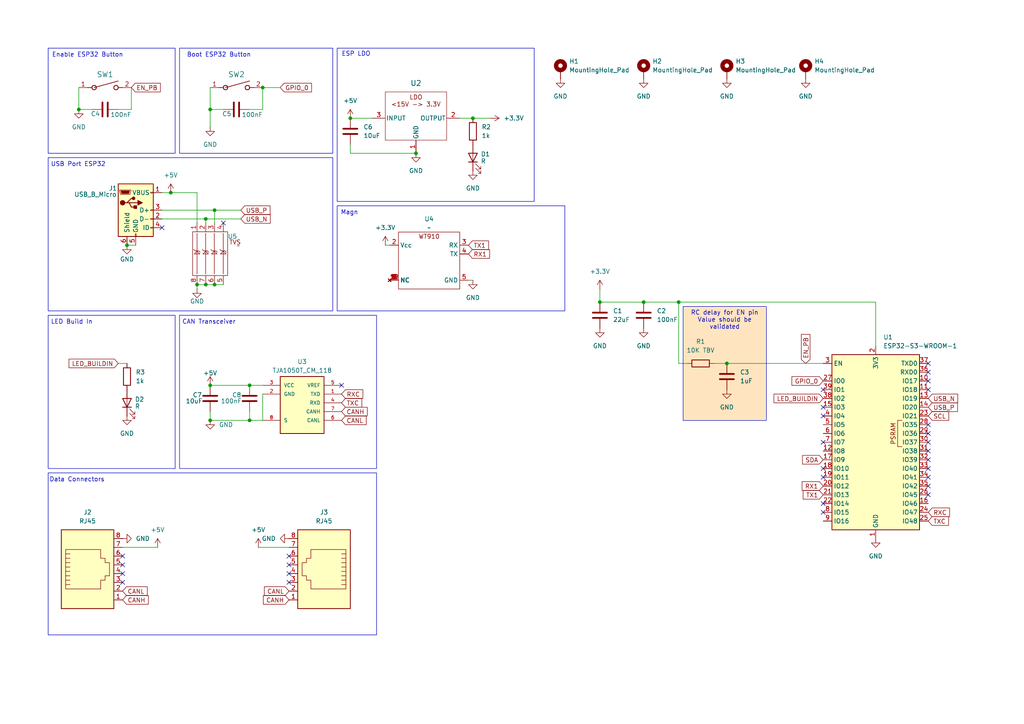
<source format=kicad_sch>
(kicad_sch (version 20231120) (generator "eeschema") (generator_version "8.0")
  (paper "A4")
  (lib_symbols
    (symbol "AZ1117ID-3.3TRG1:AZ1117ID-3.3TRG1" (pin_names (offset 0.254))
      (property "Reference" "U" (at 0 1.27 0))
      (symbol "AZ1117ID-3.3TRG1_0_1"
        (polyline (pts (xy -8.89 -13.97) (xy 8.89 -13.97)) (stroke (width 0.127)))
        (polyline (pts (xy -8.89 0) (xy -8.89 -13.97)) (stroke (width 0.127)))
        (polyline (pts (xy 8.89 -13.97) (xy 8.89 0)) (stroke (width 0.127)))
        (polyline (pts (xy 8.89 0) (xy -8.89 0)) (stroke (width 0.127)))
      )
      (symbol "AZ1117ID-3.3TRG1_1_1"
        (text "LDO\n<15V -> 3.3V\n" (at 0 -2.54 0) (effects (font (size 1.27 1.27))))
        (pin power_out line (at 0 -17.78 90) (length 3.81) (name "GND") (number "1"))
        (pin output line (at 12.7 -7.62 180) (length 3.81) (name "OUTPUT") (number "2"))
        (pin input line (at -12.7 -7.62 0) (length 3.81) (name "INPUT") (number "3"))
      )
    )
    (symbol "Connector:RJ45" (pin_names (offset 1.016))
      (property "Reference" "J" (at -5.08 13.97 0))
      (property "Value" "RJ45" (at 2.54 13.97 0))
      (symbol "RJ45_0_1"
        (polyline (pts (xy -5.08 4.445) (xy -6.35 4.445)))
        (polyline (pts (xy -5.08 5.715) (xy -6.35 5.715)))
        (polyline (pts (xy -6.35 -3.175) (xy -5.08 -3.175) (xy -5.08 -3.175)))
        (polyline (pts (xy -6.35 -1.905) (xy -5.08 -1.905) (xy -5.08 -1.905)))
        (polyline (pts (xy -6.35 -0.635) (xy -5.08 -0.635) (xy -5.08 -0.635)))
        (polyline (pts (xy -6.35 0.635) (xy -5.08 0.635) (xy -5.08 0.635)))
        (polyline (pts (xy -6.35 1.905) (xy -5.08 1.905) (xy -5.08 1.905)))
        (polyline (pts (xy -5.08 3.175) (xy -6.35 3.175) (xy -6.35 3.175)))
        (polyline (pts (xy -6.35 -4.445) (xy -6.35 6.985) (xy 3.81 6.985) (xy 3.81 4.445) (xy 5.08 4.445) (xy 5.08 3.175) (xy 6.35 3.175) (xy 6.35 -0.635) (xy 5.08 -0.635) (xy 5.08 -1.905) (xy 3.81 -1.905) (xy 3.81 -4.445) (xy -6.35 -4.445) (xy -6.35 -4.445)))
        (rectangle (start 7.62 12.7) (end -7.62 -10.16) (stroke (width 0.254)) (fill (type background)))
      )
      (symbol "RJ45_1_1"
        (pin passive line (at 10.16 -7.62 180) (length 2.54) (name "~") (number "1"))
        (pin passive line (at 10.16 -5.08 180) (length 2.54) (name "~") (number "2"))
        (pin passive line (at 10.16 -2.54 180) (length 2.54) (name "~") (number "3"))
        (pin passive line (at 10.16 0 180) (length 2.54) (name "~") (number "4"))
        (pin passive line (at 10.16 2.54 180) (length 2.54) (name "~") (number "5"))
        (pin passive line (at 10.16 5.08 180) (length 2.54) (name "~") (number "6"))
        (pin passive line (at 10.16 7.62 180) (length 2.54) (name "~") (number "7"))
        (pin passive line (at 10.16 10.16 180) (length 2.54) (name "~") (number "8"))
      )
    )
    (symbol "Connector:USB_B_Micro" (pin_names (offset 1.016))
      (property "Reference" "J" (at -5.08 11.43 0))
      (property "Value" "USB_B_Micro" (at -5.08 8.89 0))
      (symbol "USB_B_Micro_0_1"
        (rectangle (start -5.08 -7.62) (end 5.08 7.62) (stroke (width 0.254)) (fill (type background)))
        (circle (center -3.81 2.159) (radius 0.635) (stroke (width 0.254)) (fill (type outline)))
        (circle (center -0.635 3.429) (radius 0.381) (stroke (width 0.254)) (fill (type outline)))
        (rectangle (start -0.127 -7.62) (end 0.127 -6.858))
        (polyline (pts (xy -1.905 2.159) (xy 0.635 2.159)) (stroke (width 0.254)))
        (polyline (pts (xy -3.175 2.159) (xy -2.54 2.159) (xy -1.27 3.429) (xy -0.635 3.429)) (stroke (width 0.254)))
        (polyline (pts (xy -2.54 2.159) (xy -1.905 2.159) (xy -1.27 0.889) (xy 0 0.889)) (stroke (width 0.254)))
        (polyline (pts (xy 0.635 2.794) (xy 0.635 1.524) (xy 1.905 2.159) (xy 0.635 2.794)) (stroke (width 0.254)) (fill (type outline)))
        (polyline (pts (xy -4.318 5.588) (xy -1.778 5.588) (xy -2.032 4.826) (xy -4.064 4.826) (xy -4.318 5.588)) (fill (type outline)))
        (polyline (pts (xy -4.699 5.842) (xy -4.699 5.588) (xy -4.445 4.826) (xy -4.445 4.572) (xy -1.651 4.572) (xy -1.651 4.826) (xy -1.397 5.588) (xy -1.397 5.842) (xy -4.699 5.842)))
        (rectangle (start 0.254 1.27) (end -0.508 0.508) (stroke (width 0.254)) (fill (type outline)))
        (rectangle (start 5.08 -5.207) (end 4.318 -4.953))
        (rectangle (start 5.08 -2.667) (end 4.318 -2.413))
        (rectangle (start 5.08 -0.127) (end 4.318 0.127))
        (rectangle (start 5.08 4.953) (end 4.318 5.207))
      )
      (symbol "USB_B_Micro_1_1"
        (pin power_out line (at 7.62 5.08 180) (length 2.54) (name "VBUS") (number "1"))
        (pin bidirectional line (at 7.62 -2.54 180) (length 2.54) (name "D-") (number "2"))
        (pin bidirectional line (at 7.62 0 180) (length 2.54) (name "D+") (number "3"))
        (pin passive line (at 7.62 -5.08 180) (length 2.54) (name "ID") (number "4"))
        (pin power_out line (at 0 -10.16 90) (length 2.54) (name "GND") (number "5"))
        (pin passive line (at -2.54 -10.16 90) (length 2.54) (name "Shield") (number "6"))
      )
    )
    (symbol "Custom:TVS_-_150-SMDB03CE3/TR7TR-ND"
      (property "Reference" "U5" (at 10.16 -1.27 0))
      (property "Value" "~" (at 12.7 -3.92 0))
      (symbol "TVS_-_150-SMDB03CE3/TR7TR-ND_0_1"
        (rectangle (start -0.01 0.09) (end 10.15 -12.61))
      )
      (symbol "TVS_-_150-SMDB03CE3/TR7TR-ND_1_1"
        (polyline (pts (xy 1.27 -0.34) (xy 1.27 -12.14)))
        (polyline (pts (xy 3.77 -0.34) (xy 3.77 -12.14)))
        (polyline (pts (xy 6.27 -0.34) (xy 6.27 -12.14)))
        (polyline (pts (xy 8.87 -0.34) (xy 8.87 -12.14)))
        (polyline (pts (xy 0.27 -5.04) (xy 0.67 -5.44) (xy 1.77 -5.44) (xy 2.17 -5.84)))
        (polyline (pts (xy 0.47 -6.34) (xy 2.07 -6.34) (xy 1.27 -5.54) (xy 0.47 -6.34)))
        (polyline (pts (xy 2.77 -5.04) (xy 3.17 -5.44) (xy 4.27 -5.44) (xy 4.67 -5.84)))
        (polyline (pts (xy 2.97 -6.34) (xy 4.57 -6.34) (xy 3.77 -5.54) (xy 2.97 -6.34)))
        (polyline (pts (xy 5.27 -5.04) (xy 5.67 -5.44) (xy 6.77 -5.44) (xy 7.17 -5.84)))
        (polyline (pts (xy 5.47 -6.34) (xy 7.07 -6.34) (xy 6.27 -5.54) (xy 5.47 -6.34)))
        (polyline (pts (xy 7.87 -5.04) (xy 8.27 -5.44) (xy 9.37 -5.44) (xy 9.77 -5.84)))
        (polyline (pts (xy 8.07 -6.34) (xy 9.67 -6.34) (xy 8.87 -5.54) (xy 8.07 -6.34)))
        (text "TVS\n" (at 12.3012 -2.9418 0) (effects (font (size 1.27 1.27))))
        (pin unspecified line (at 1.27 2.66 270) (length 2.54) (name "") (number "1"))
        (pin unspecified line (at 3.81 2.66 270) (length 2.54) (name "") (number "2"))
        (pin unspecified line (at 6.35 2.66 270) (length 2.54) (name "") (number "3"))
        (pin unspecified line (at 8.89 2.66 270) (length 2.54) (name "") (number "4"))
        (pin unspecified line (at 8.89 -15.24 90) (length 2.54) (name "") (number "5"))
        (pin unspecified line (at 6.35 -15.24 90) (length 2.54) (name "") (number "6"))
        (pin unspecified line (at 3.81 -15.24 90) (length 2.54) (name "") (number "7"))
        (pin unspecified line (at 1.27 -15.24 90) (length 2.54) (name "") (number "8"))
      )
    )
    (symbol "Custom:WT910"
      (property "Reference" "U" (at 0 2.54 0))
      (symbol "WT910_0_1"
        (rectangle (start -8.89 1.27) (end 8.89 -15.24))
      )
      (symbol "WT910_1_1"
        (text "WT910" (at 0 0 0) (effects (font (size 1.27 1.27))))
        (pin no_connect line (at -11.43 -12.7 0) (length 2.54) (name "NC") (number "1"))
        (pin no_connect line (at -11.43 -12.7 0) (length 2.54) (name "NC") (number "10"))
        (pin no_connect line (at -11.43 -12.7 0) (length 2.54) (name "NC") (number "11"))
        (pin no_connect line (at -11.43 -12.7 0) (length 2.54) (name "NC") (number "12"))
        (pin input line (at -11.43 -2.54 0) (length 2.54) (name "Vcc") (number "2"))
        (pin input line (at 11.43 -2.54 180) (length 2.54) (name "RX") (number "3"))
        (pin input line (at 11.43 -5.08 180) (length 2.54) (name "TX") (number "4"))
        (pin input line (at 11.43 -12.7 180) (length 2.54) (name "GND") (number "5"))
        (pin no_connect line (at -11.43 -12.7 0) (length 2.54) (name "NC") (number "6"))
        (pin no_connect line (at -11.43 -12.7 0) (length 2.54) (name "NC") (number "7"))
        (pin no_connect line (at -11.43 -12.7 0) (length 2.54) (name "NC") (number "8"))
        (pin no_connect line (at -11.43 -12.7 0) (length 2.54) (name "NC") (number "9"))
      )
    )
    (symbol "Device:C" (pin_numbers hide) (pin_names (offset 0.254))
      (property "Reference" "C" (at 0.635 2.54 0))
      (property "Value" "C" (at 0.635 -2.54 0))
      (symbol "C_0_1"
        (polyline (pts (xy -2.032 -0.762) (xy 2.032 -0.762)) (stroke (width 0.508)))
        (polyline (pts (xy -2.032 0.762) (xy 2.032 0.762)) (stroke (width 0.508)))
      )
      (symbol "C_1_1"
        (pin passive line (at 0 3.81 270) (length 2.794) (name "~") (number "1"))
        (pin passive line (at 0 -3.81 90) (length 2.794) (name "~") (number "2"))
      )
    )
    (symbol "Device:LED" (pin_numbers hide) (pin_names (offset 1.016) hide)
      (property "Reference" "D" (at 0 2.54 0))
      (property "Value" "LED" (at 0 -2.54 0))
      (symbol "LED_0_1"
        (polyline (pts (xy -1.27 -1.27) (xy -1.27 1.27)) (stroke (width 0.254)))
        (polyline (pts (xy -1.27 0) (xy 1.27 0)))
        (polyline (pts (xy 1.27 -1.27) (xy 1.27 1.27) (xy -1.27 0) (xy 1.27 -1.27)) (stroke (width 0.254)))
        (polyline (pts (xy -3.048 -0.762) (xy -4.572 -2.286) (xy -3.81 -2.286) (xy -4.572 -2.286) (xy -4.572 -1.524)))
        (polyline (pts (xy -1.778 -0.762) (xy -3.302 -2.286) (xy -2.54 -2.286) (xy -3.302 -2.286) (xy -3.302 -1.524)))
      )
      (symbol "LED_1_1"
        (pin passive line (at -3.81 0 0) (length 2.54) (name "K") (number "1"))
        (pin passive line (at 3.81 0 180) (length 2.54) (name "A") (number "2"))
      )
    )
    (symbol "Device:R" (pin_numbers hide) (pin_names (offset 0))
      (property "Reference" "R" (at 2.032 0 90))
      (property "Value" "R" (at 0 0 90))
      (symbol "R_0_1"
        (rectangle (start -1.016 -2.54) (end 1.016 2.54) (stroke (width 0.254)))
      )
      (symbol "R_1_1"
        (pin passive line (at 0 3.81 270) (length 1.27) (name "~") (number "1"))
        (pin passive line (at 0 -3.81 90) (length 1.27) (name "~") (number "2"))
      )
    )
    (symbol "Mechanical:MountingHole_Pad" (pin_numbers hide) (pin_names (offset 1.016) hide) (exclude_from_sim yes) (in_bom no)
      (property "Reference" "H" (at 0 6.35 0))
      (property "Value" "MountingHole_Pad" (at 0 4.445 0))
      (symbol "MountingHole_Pad_0_1"
        (circle (center 0 1.27) (radius 1.27) (stroke (width 1.27)))
      )
      (symbol "MountingHole_Pad_1_1"
        (pin input line (at 0 -2.54 90) (length 2.54) (name "1") (number "1"))
      )
    )
    (symbol "RF_Module:ESP32-S3-WROOM-1"
      (property "Reference" "U" (at -12.7 26.67 0))
      (property "Value" "ESP32-S3-WROOM-1" (at 12.7 26.67 0))
      (symbol "ESP32-S3-WROOM-1_0_0"
        (rectangle (start -12.7 25.4) (end 12.7 -25.4) (stroke (width 0.254)) (fill (type background)))
        (text "PSRAM" (at 5.08 2.54 900) (effects (font (size 1.27 1.27))))
      )
      (symbol "ESP32-S3-WROOM-1_0_1"
        (polyline (pts (xy 7.62 -1.27) (xy 6.35 -1.27) (xy 6.35 6.35) (xy 7.62 6.35)))
      )
      (symbol "ESP32-S3-WROOM-1_1_1"
        (pin power_in line (at 0 -27.94 90) (length 2.54) (name "GND") (number "1"))
        (pin bidirectional line (at 15.24 17.78 180) (length 2.54) (name "IO17") (number "10"))
        (pin bidirectional line (at 15.24 15.24 180) (length 2.54) (name "IO18") (number "11"))
        (pin bidirectional line (at -15.24 -2.54 0) (length 2.54) (name "IO8") (number "12"))
        (pin bidirectional line (at 15.24 12.7 180) (length 2.54) (name "IO19") (number "13"))
        (pin bidirectional line (at 15.24 10.16 180) (length 2.54) (name "IO20") (number "14"))
        (pin bidirectional line (at -15.24 10.16 0) (length 2.54) (name "IO3") (number "15"))
        (pin bidirectional line (at 15.24 -17.78 180) (length 2.54) (name "IO46") (number "16"))
        (pin bidirectional line (at -15.24 -5.08 0) (length 2.54) (name "IO9") (number "17"))
        (pin bidirectional line (at -15.24 -7.62 0) (length 2.54) (name "IO10") (number "18"))
        (pin bidirectional line (at -15.24 -10.16 0) (length 2.54) (name "IO11") (number "19"))
        (pin power_in line (at 0 27.94 270) (length 2.54) (name "3V3") (number "2"))
        (pin bidirectional line (at -15.24 -12.7 0) (length 2.54) (name "IO12") (number "20"))
        (pin bidirectional line (at -15.24 -15.24 0) (length 2.54) (name "IO13") (number "21"))
        (pin bidirectional line (at -15.24 -17.78 0) (length 2.54) (name "IO14") (number "22"))
        (pin bidirectional line (at 15.24 7.62 180) (length 2.54) (name "IO21") (number "23"))
        (pin bidirectional line (at 15.24 -20.32 180) (length 2.54) (name "IO47") (number "24"))
        (pin bidirectional line (at 15.24 -22.86 180) (length 2.54) (name "IO48") (number "25"))
        (pin bidirectional line (at 15.24 -15.24 180) (length 2.54) (name "IO45") (number "26"))
        (pin bidirectional line (at -15.24 17.78 0) (length 2.54) (name "IO0") (number "27"))
        (pin bidirectional line (at 15.24 5.08 180) (length 2.54) (name "IO35") (number "28"))
        (pin bidirectional line (at 15.24 2.54 180) (length 2.54) (name "IO36") (number "29"))
        (pin input line (at -15.24 22.86 0) (length 2.54) (name "EN") (number "3"))
        (pin bidirectional line (at 15.24 0 180) (length 2.54) (name "IO37") (number "30"))
        (pin bidirectional line (at 15.24 -2.54 180) (length 2.54) (name "IO38") (number "31"))
        (pin bidirectional line (at 15.24 -5.08 180) (length 2.54) (name "IO39") (number "32"))
        (pin bidirectional line (at 15.24 -7.62 180) (length 2.54) (name "IO40") (number "33"))
        (pin bidirectional line (at 15.24 -10.16 180) (length 2.54) (name "IO41") (number "34"))
        (pin bidirectional line (at 15.24 -12.7 180) (length 2.54) (name "IO42") (number "35"))
        (pin bidirectional line (at 15.24 20.32 180) (length 2.54) (name "RXD0") (number "36"))
        (pin bidirectional line (at 15.24 22.86 180) (length 2.54) (name "TXD0") (number "37"))
        (pin bidirectional line (at -15.24 12.7 0) (length 2.54) (name "IO2") (number "38"))
        (pin bidirectional line (at -15.24 15.24 0) (length 2.54) (name "IO1") (number "39"))
        (pin bidirectional line (at -15.24 7.62 0) (length 2.54) (name "IO4") (number "4"))
        (pin passive line (at 0 -27.94 90) (length 2.54) hide (name "GND") (number "40"))
        (pin passive line (at 0 -27.94 90) (length 2.54) hide (name "GND") (number "41"))
        (pin bidirectional line (at -15.24 5.08 0) (length 2.54) (name "IO5") (number "5"))
        (pin bidirectional line (at -15.24 2.54 0) (length 2.54) (name "IO6") (number "6"))
        (pin bidirectional line (at -15.24 0 0) (length 2.54) (name "IO7") (number "7"))
        (pin bidirectional line (at -15.24 -20.32 0) (length 2.54) (name "IO15") (number "8"))
        (pin bidirectional line (at -15.24 -22.86 0) (length 2.54) (name "IO16") (number "9"))
      )
    )
    (symbol "TJA1050T_CM_118:TJA1050T_CM_118" (pin_names (offset 1.016))
      (property "Reference" "U6" (at 0 15.24 0))
      (property "Value" "TJA1050T_CM_118" (at 0 12.7 0))
      (symbol "TJA1050T_CM_118_0_0"
        (rectangle (start -6.35 7.62) (end 6.35 -8.89) (stroke (width 0.254)) (fill (type background)))
        (pin input line (at 11.43 2.54 180) (length 5.08) (name "TXD") (number "1"))
        (pin power_in line (at -11.43 2.54 0) (length 5.08) (name "GND") (number "2"))
        (pin power_in line (at -11.43 5.08 0) (length 5.08) (name "VCC") (number "3"))
        (pin output line (at 11.43 0 180) (length 5.08) (name "RXD") (number "4"))
        (pin output line (at 11.43 5.08 180) (length 5.08) (name "VREF") (number "5"))
        (pin bidirectional line (at 11.43 -5.08 180) (length 5.08) (name "CANL") (number "6"))
        (pin bidirectional line (at 11.43 -2.54 180) (length 5.08) (name "CANH") (number "7"))
        (pin input line (at -11.43 -5.08 0) (length 5.08) (name "S") (number "8"))
      )
    )
    (symbol "TS09_63_25_WT_160_SMT_TR:TS09-63-25-WT-160-SMT-TR" (pin_names (offset 0.254))
      (property "Reference" "SW" (at 7.62 3.81 0))
      (symbol "TS09-63-25-WT-160-SMT-TR_0_1"
        (polyline (pts (xy 2.54 0) (xy 3.81 0)) (stroke (width 0.2032)))
        (polyline (pts (xy 4.445 0) (xy 11.43 1.905)) (stroke (width 0.2032)))
        (polyline (pts (xy 12.7 0) (xy 11.43 0)) (stroke (width 0.2032)))
        (circle (center 4.445 0) (radius 0.635) (stroke (width 0.254)))
        (circle (center 10.795 0) (radius 0.635) (stroke (width 0.254)))
      )
      (symbol "TS09-63-25-WT-160-SMT-TR_1_1"
        (pin unspecified line (at 0 0 0) (length 2.54) (name "") (number "1"))
        (pin unspecified line (at 15.24 0 180) (length 2.54) (name "") (number "2"))
      )
    )
    (symbol "power:+3.3V" (power) (pin_numbers hide) (pin_names (offset 0) hide)
      (property "Value" "+3.3V" (at 0 3.556 0))
      (symbol "+3.3V_0_1"
        (polyline (pts (xy -0.762 1.27) (xy 0 2.54)))
        (polyline (pts (xy 0 0) (xy 0 2.54)))
        (polyline (pts (xy 0 2.54) (xy 0.762 1.27)))
      )
      (symbol "+3.3V_1_1"
        (pin power_in line (at 0 0 90) (length 0) (name "~") (number "1"))
      )
    )
    (symbol "power:+5V" (power) (pin_numbers hide) (pin_names (offset 0) hide)
      (property "Value" "+5V" (at 0 3.556 0))
      (symbol "+5V_0_1"
        (polyline (pts (xy -0.762 1.27) (xy 0 2.54)))
        (polyline (pts (xy 0 0) (xy 0 2.54)))
        (polyline (pts (xy 0 2.54) (xy 0.762 1.27)))
      )
      (symbol "+5V_1_1"
        (pin power_in line (at 0 0 90) (length 0) (name "~") (number "1"))
      )
    )
    (symbol "power:+7.5V" (power) (pin_numbers hide) (pin_names (offset 0) hide)
      (property "Value" "+7.5V" (at 0 3.556 0))
      (symbol "+7.5V_0_1"
        (polyline (pts (xy -0.762 1.27) (xy 0 2.54)))
        (polyline (pts (xy 0 0) (xy 0 2.54)))
        (polyline (pts (xy 0 2.54) (xy 0.762 1.27)))
      )
      (symbol "+7.5V_1_1"
        (pin power_in line (at 0 0 90) (length 0) (name "~") (number "1"))
      )
    )
    (symbol "power:GND" (power) (pin_numbers hide) (pin_names (offset 0) hide)
      (property "Value" "GND" (at 0 -3.81 0))
      (symbol "GND_0_1"
        (polyline (pts (xy 0 0) (xy 0 -1.27) (xy 1.27 -1.27) (xy 0 -2.54) (xy -1.27 -1.27) (xy 0 -1.27)))
      )
      (symbol "GND_1_1"
        (pin power_in line (at 0 0 270) (length 0) (name "~") (number "1"))
      )
    )
  )
  (junction (at 60.96 111.76))
  (junction (at 173.99 87.63))
  (junction (at 76.2 25.4))
  (junction (at 186.69 87.63))
  (junction (at 196.85 87.63))
  (junction (at 72.39 121.92))
  (junction (at 59.69 82.55))
  (junction (at 60.96 31.75))
  (junction (at 59.69 63.5))
  (junction (at 22.86 31.75))
  (junction (at 210.82 105.41))
  (junction (at 137.16 34.29))
  (junction (at 120.65 44.45))
  (junction (at 49.53 55.88))
  (junction (at 62.23 60.96))
  (junction (at 72.39 111.76))
  (junction (at 57.15 82.55))
  (junction (at 60.96 121.92))
  (junction (at 101.6 34.29))
  (junction (at 62.23 82.55))
  (junction (at 36.83 71.12))
  (no_connect (at 35.56 161.29))
  (no_connect (at 269.24 110.49))
  (no_connect (at 269.24 135.89))
  (no_connect (at 269.24 143.51))
  (no_connect (at 238.76 135.89))
  (no_connect (at 269.24 105.41))
  (no_connect (at 238.76 146.05))
  (no_connect (at 269.24 125.73))
  (no_connect (at 83.82 166.37))
  (no_connect (at 238.76 128.27))
  (no_connect (at 35.56 163.83))
  (no_connect (at 238.76 120.65))
  (no_connect (at 238.76 148.59))
  (no_connect (at 35.56 168.91))
  (no_connect (at 83.82 163.83))
  (no_connect (at 269.24 123.19))
  (no_connect (at 269.24 113.03))
  (no_connect (at 83.82 161.29))
  (no_connect (at 269.24 107.95))
  (no_connect (at 269.24 128.27))
  (no_connect (at 83.82 168.91))
  (no_connect (at 269.24 133.35))
  (no_connect (at 269.24 140.97))
  (no_connect (at 35.56 166.37))
  (no_connect (at 269.24 138.43))
  (no_connect (at 99.06 111.76))
  (no_connect (at 269.24 130.81))
  (no_connect (at 238.76 113.03))
  (no_connect (at 64.77 64.65))
  (no_connect (at 238.76 138.43))
  (no_connect (at 46.99 66.04))
  (no_connect (at 238.76 118.11))
  (wire (pts (xy 74.93 158.75) (xy 83.82 158.75)))
  (wire (pts (xy 22.86 31.75) (xy 26.67 31.75)))
  (wire (pts (xy 36.83 105.41) (xy 34.29 105.41)))
  (wire (pts (xy 60.96 111.76) (xy 72.39 111.76)))
  (wire (pts (xy 59.69 82.55) (xy 62.23 82.55)))
  (wire (pts (xy 72.39 111.76) (xy 76.2 111.76)))
  (wire (pts (xy 57.15 55.88) (xy 49.53 55.88)))
  (wire (pts (xy 22.86 25.4) (xy 22.86 31.75)))
  (wire (pts (xy 46.99 63.5) (xy 59.69 63.5)))
  (wire (pts (xy 254 87.63) (xy 254 100.33)))
  (wire (pts (xy 101.6 44.45) (xy 120.65 44.45)))
  (wire (pts (xy 101.6 41.91) (xy 101.6 44.45)))
  (wire (pts (xy 186.69 87.63) (xy 196.85 87.63)))
  (wire (pts (xy 207.01 105.41) (xy 210.82 105.41)))
  (wire (pts (xy 196.85 105.41) (xy 199.39 105.41)))
  (wire (pts (xy 64.77 31.75) (xy 60.96 31.75)))
  (wire (pts (xy 60.96 121.92) (xy 72.39 121.92)))
  (wire (pts (xy 49.53 55.88) (xy 46.99 55.88)))
  (wire (pts (xy 142.24 34.29) (xy 137.16 34.29)))
  (wire (pts (xy 57.15 82.55) (xy 59.69 82.55)))
  (wire (pts (xy 137.16 34.29) (xy 133.35 34.29)))
  (wire (pts (xy 59.69 63.5) (xy 59.69 64.65)))
  (wire (pts (xy 60.96 119.38) (xy 60.96 121.92)))
  (wire (pts (xy 62.23 60.96) (xy 62.23 64.65)))
  (wire (pts (xy 196.85 87.63) (xy 196.85 105.41)))
  (wire (pts (xy 62.23 60.96) (xy 69.85 60.96)))
  (wire (pts (xy 72.39 119.38) (xy 72.39 121.92)))
  (wire (pts (xy 60.96 36.83) (xy 60.96 31.75)))
  (wire (pts (xy 57.15 82.55) (xy 57.15 83.82)))
  (wire (pts (xy 36.83 71.12) (xy 39.37 71.12)))
  (wire (pts (xy 111.76 71.12) (xy 113.03 71.12)))
  (wire (pts (xy 76.2 114.3) (xy 76.2 121.92)))
  (wire (pts (xy 34.29 31.75) (xy 38.1 31.75)))
  (wire (pts (xy 35.56 158.75) (xy 45.72 158.75)))
  (wire (pts (xy 81.28 25.4) (xy 76.2 25.4)))
  (wire (pts (xy 173.99 87.63) (xy 186.69 87.63)))
  (wire (pts (xy 137.16 81.28) (xy 135.89 81.28)))
  (wire (pts (xy 72.39 121.92) (xy 76.2 121.92)))
  (wire (pts (xy 38.1 31.75) (xy 38.1 25.4)))
  (wire (pts (xy 210.82 105.41) (xy 238.76 105.41)))
  (wire (pts (xy 60.96 31.75) (xy 60.96 25.4)))
  (wire (pts (xy 72.39 31.75) (xy 76.2 31.75)))
  (wire (pts (xy 59.69 63.5) (xy 69.85 63.5)))
  (wire (pts (xy 76.2 31.75) (xy 76.2 25.4)))
  (wire (pts (xy 57.15 55.88) (xy 57.15 64.65)))
  (wire (pts (xy 62.23 82.55) (xy 64.77 82.55)))
  (wire (pts (xy 254 87.63) (xy 196.85 87.63)))
  (wire (pts (xy 101.6 34.29) (xy 107.95 34.29)))
  (wire (pts (xy 173.99 83.82) (xy 173.99 87.63)))
  (wire (pts (xy 46.99 60.96) (xy 62.23 60.96)))
  (rectangle (start 52.07 91.44) (end 109.22 135.89))
  (rectangle (start 13.97 137.16) (end 109.22 184.15))
  (rectangle (start 13.97 45.72) (end 96.52 90.17))
  (rectangle (start 97.79 59.69) (end 163.83 90.17))
  (rectangle (start 52.07 13.97) (end 96.52 44.45))
  (rectangle (start 13.97 91.44) (end 50.8 135.89))
  (rectangle (start 97.79 13.97) (end 154.94 58.42))
  (rectangle (start 13.97 13.97) (end 50.8 44.45))
  (text_box "RC delay for EN pin\nValue should be validated" (at 198.12 88.9 0) (size 24.13 33.02) (fill (type color) (color 255 229 191 1)) (effects (font (size 1.27 1.27)) (justify top)))
  (text "CAN Transceiver" (at 52.832 93.472 0) (effects (font (size 1.27 1.27)) (justify left)))
  (text "ESP LDO" (at 99.06 15.748 0) (effects (font (size 1.27 1.27)) (justify left)))
  (text "Enable ESP32 Button" (at 25.4 16.002 0) (effects (font (size 1.27 1.27))))
  (text "Boot ESP32 Button" (at 63.5 16.002 0) (effects (font (size 1.27 1.27))))
  (text "Data Connectors" (at 22.352 139.192 0) (effects (font (size 1.27 1.27))))
  (text "Magn" (at 98.806 61.722 0) (effects (font (size 1.27 1.27)) (justify left)))
  (text "USB Port ESP32" (at 14.732 47.752 0) (effects (font (size 1.27 1.27)) (justify left)))
  (text "LED Build In" (at 14.732 93.472 0) (effects (font (size 1.27 1.27)) (justify left)))
  (global_label "TX1" (shape input) (at 238.76 143.51 180) (property "Intersheetrefs" "${INTERSHEET_REFS}" (effects (hide yes))))
  (global_label "CANH" (shape input) (at 35.56 173.99 0) (property "Intersheetrefs" "${INTERSHEET_REFS}" (effects (hide yes))))
  (global_label "EN_PB" (shape input) (at 38.1 25.4 0) (property "Intersheetrefs" "${INTERSHEET_REFS}" (effects (hide yes))))
  (global_label "SCL" (shape input) (at 269.24 120.65 0) (property "Intersheetrefs" "${INTERSHEET_REFS}" (effects (hide yes))))
  (global_label "TXC" (shape input) (at 269.24 151.13 0) (property "Intersheetrefs" "${INTERSHEET_REFS}" (effects (hide yes))))
  (global_label "USB_P" (shape input) (at 269.24 118.11 0) (property "Intersheetrefs" "${INTERSHEET_REFS}" (effects (hide yes))))
  (global_label "CANL" (shape input) (at 35.56 171.45 0) (property "Intersheetrefs" "${INTERSHEET_REFS}" (effects (hide yes))))
  (global_label "USB_N" (shape input) (at 69.85 63.5 0) (property "Intersheetrefs" "${INTERSHEET_REFS}" (effects (hide yes))))
  (global_label "RX1" (shape input) (at 135.89 73.66 0) (property "Intersheetrefs" "${INTERSHEET_REFS}" (effects (hide yes))))
  (global_label "CANH" (shape input) (at 83.82 173.99 180) (property "Intersheetrefs" "${INTERSHEET_REFS}" (effects (hide yes))))
  (global_label "EN_PB" (shape input) (at 233.68 105.41 90) (property "Intersheetrefs" "${INTERSHEET_REFS}" (effects (hide yes))))
  (global_label "USB_P" (shape input) (at 69.85 60.96 0) (property "Intersheetrefs" "${INTERSHEET_REFS}" (effects (hide yes))))
  (global_label "TX1" (shape input) (at 135.89 71.12 0) (property "Intersheetrefs" "${INTERSHEET_REFS}" (effects (hide yes))))
  (global_label "USB_N" (shape input) (at 269.24 115.57 0) (property "Intersheetrefs" "${INTERSHEET_REFS}" (effects (hide yes))))
  (global_label "LED_BUILDIN" (shape input) (at 238.76 115.57 180) (property "Intersheetrefs" "${INTERSHEET_REFS}" (effects (hide yes))))
  (global_label "CANL" (shape input) (at 83.82 171.45 180) (property "Intersheetrefs" "${INTERSHEET_REFS}" (effects (hide yes))))
  (global_label "RX1" (shape input) (at 238.76 140.97 180) (property "Intersheetrefs" "${INTERSHEET_REFS}" (effects (hide yes))))
  (global_label "RXC" (shape input) (at 269.24 148.59 0) (property "Intersheetrefs" "${INTERSHEET_REFS}" (effects (hide yes))))
  (global_label "SDA" (shape input) (at 238.76 133.35 180) (property "Intersheetrefs" "${INTERSHEET_REFS}" (effects (hide yes))))
  (global_label "RXC" (shape input) (at 99.06 114.3 0) (property "Intersheetrefs" "${INTERSHEET_REFS}" (effects (hide yes))))
  (global_label "LED_BUILDIN" (shape input) (at 34.29 105.41 180) (property "Intersheetrefs" "${INTERSHEET_REFS}" (effects (hide yes))))
  (global_label "GPIO_0" (shape input) (at 238.76 110.49 180) (property "Intersheetrefs" "${INTERSHEET_REFS}" (effects (hide yes))))
  (global_label "CANL" (shape input) (at 99.06 121.92 0) (property "Intersheetrefs" "${INTERSHEET_REFS}" (effects (hide yes))))
  (global_label "CANH" (shape input) (at 99.06 119.38 0) (property "Intersheetrefs" "${INTERSHEET_REFS}" (effects (hide yes))))
  (global_label "GPIO_0" (shape input) (at 81.28 25.4 0) (property "Intersheetrefs" "${INTERSHEET_REFS}" (effects (hide yes))))
  (global_label "TXC" (shape input) (at 99.06 116.84 0) (property "Intersheetrefs" "${INTERSHEET_REFS}" (effects (hide yes))))
  (symbol (lib_id "RF_Module:ESP32-S3-WROOM-1") (at 254 128.27 0) (unit 1)
    (property "Reference" "U1" (at 256.1941 97.79 0) (effects (justify left)))
    (property "Value" "ESP32-S3-WROOM-1" (at 256.1941 100.33 0) (effects (justify left)))
    (property "Footprint" "RF_Module:ESP32-S3-WROOM-1" (effects (hide yes)))
    (property "Datasheet" "https://www.espressif.com/sites/default/files/documentation/esp32-s3-wroom-1_wroom-1u_datasheet_en.pdf" (effects (hide yes)))
    (property "Description" "RF Module, ESP32-S3 SoC, Wi-Fi 802.11b/g/n, Bluetooth, BLE, 32-bit, 3.3V, onboard antenna, SMD" (effects (hide yes)))
  )
  (symbol (lib_id "TS09_63_25_WT_160_SMT_TR:TS09-63-25-WT-160-SMT-TR") (at 60.96 25.4 0) (unit 1)
    (property "Reference" "SW2" (at 68.58 21.59 0) (effects (font (size 1.524 1.524))))
    (property "Value" "TS09-63-25-WT-160-SMT-TR" (effects (hide yes)))
    (property "Footprint" "TS09_63_25_WT_160_SMT_TR:SW_TS09-63-25_CUD" (effects (hide yes)))
    (property "Datasheet" "TS09-63-25-WT-160-SMT-TR" (effects (hide yes)))
  )
  (symbol (lib_id "Device:C") (at 173.99 91.44 0) (unit 1)
    (property "Reference" "C1" (at 177.8 90.1699 0) (effects (justify left)))
    (property "Value" "22uF" (at 177.8 92.7099 0) (effects (justify left)))
    (property "Footprint" "Capacitor_SMD:C_0805_2012Metric_Pad1.18x1.45mm_HandSolder" (effects (hide yes)))
    (property "Description" "Unpolarized capacitor" (effects (hide yes)))
  )
  (symbol (lib_id "Device:C") (at 60.96 115.57 0) (unit 1)
    (property "Reference" "C7" (at 55.88 114.554 0) (effects (justify left)))
    (property "Value" "10uF" (at 53.848 116.332 0) (effects (justify left)))
    (property "Footprint" "Capacitor_SMD:C_0805_2012Metric_Pad1.18x1.45mm_HandSolder" (effects (hide yes)))
    (property "Description" "Unpolarized capacitor" (effects (hide yes)))
  )
  (symbol (lib_id "power:+3.3V") (at 142.24 34.29 270) (unit 1)
    (property "Reference" "#PWR012" (effects (hide yes)))
    (property "Value" "+3.3V" (at 146.05 34.2899 90) (effects (justify left)))
    (property "Description" "Power symbol creates a global label with name \"+3.3V\"" (effects (hide yes)))
  )
  (symbol (lib_id "Device:R") (at 36.83 109.22 180) (unit 1)
    (property "Reference" "R3" (at 39.37 107.9499 0) (effects (justify right)))
    (property "Value" "1k" (at 39.37 110.4899 0) (effects (justify right)))
    (property "Footprint" "Resistor_SMD:R_0805_2012Metric_Pad1.20x1.40mm_HandSolder" (effects (hide yes)))
    (property "Description" "Resistor" (effects (hide yes)))
  )
  (symbol (lib_id "Device:C") (at 68.58 31.75 90) (unit 1)
    (property "Reference" "C5" (at 65.786 33.02 90))
    (property "Value" "100nF" (at 73.152 33.274 90))
    (property "Footprint" "Capacitor_SMD:C_0805_2012Metric_Pad1.18x1.45mm_HandSolder" (effects (hide yes)))
    (property "Description" "Unpolarized capacitor" (effects (hide yes)))
  )
  (symbol (lib_id "TJA1050T_CM_118:TJA1050T_CM_118") (at 87.63 116.84 0) (unit 1)
    (property "Reference" "U3" (at 87.63 104.902 0))
    (property "Value" "TJA1050T_CM_118" (at 87.63 107.442 0))
    (property "Footprint" "TJA1050T_CM_118:SOIC127P600X175-8N" (effects (hide yes)))
    (property "PARTREV" "4" (effects (hide yes)))
    (property "STANDARD" "IPC 7351B" (effects (hide yes)))
    (property "MAXIMUM_PACKAGE_HEIGHT" "1.75 mm" (effects (hide yes)))
    (property "MANUFACTURER" "NXP USA" (effects (hide yes)))
  )
  (symbol (lib_id "Mechanical:MountingHole_Pad") (at 210.82 20.32 0) (unit 1) (exclude_from_sim yes) (in_bom no)
    (property "Reference" "H3" (at 213.36 17.7799 0) (effects (justify left)))
    (property "Value" "MountingHole_Pad" (at 213.36 20.3199 0) (effects (justify left)))
    (property "Footprint" "MountingHole:MountingHole_2.2mm_M2_DIN965_Pad_TopBottom" (effects (hide yes)))
    (property "Description" "Mounting Hole with connection" (effects (hide yes)))
  )
  (symbol (lib_id "power:GND") (at 210.82 22.86 0) (unit 1)
    (property "Reference" "#PWR026" (effects (hide yes)))
    (property "Value" "GND" (at 210.82 27.94 0))
    (property "Description" "Power symbol creates a global label with name \"GND\" , ground" (effects (hide yes)))
  )
  (symbol (lib_id "power:GND") (at 162.56 22.86 0) (unit 1)
    (property "Reference" "#PWR024" (effects (hide yes)))
    (property "Value" "GND" (at 162.56 27.94 0))
    (property "Description" "Power symbol creates a global label with name \"GND\" , ground" (effects (hide yes)))
  )
  (symbol (lib_id "power:+3.3V") (at 111.76 71.12 0) (unit 1)
    (property "Reference" "#PWR021" (effects (hide yes)))
    (property "Value" "+3.3V" (at 111.76 66.04 0))
    (property "Description" "Power symbol creates a global label with name \"+3.3V\"" (effects (hide yes)))
  )
  (symbol (lib_id "power:GND") (at 210.82 113.03 0) (unit 1)
    (property "Reference" "#PWR05" (effects (hide yes)))
    (property "Value" "GND" (at 210.82 118.11 0))
    (property "Description" "Power symbol creates a global label with name \"GND\" , ground" (effects (hide yes)))
  )
  (symbol (lib_id "Device:C") (at 210.82 109.22 0) (unit 1)
    (property "Reference" "C3" (at 214.63 107.9499 0) (effects (justify left)))
    (property "Value" "1uF" (at 214.63 110.4899 0) (effects (justify left)))
    (property "Footprint" "Capacitor_SMD:C_0805_2012Metric_Pad1.18x1.45mm_HandSolder" (effects (hide yes)))
    (property "Description" "Unpolarized capacitor" (effects (hide yes)))
  )
  (symbol (lib_id "power:GND") (at 22.86 31.75 0) (unit 1)
    (property "Reference" "#PWR02" (effects (hide yes)))
    (property "Value" "GND" (at 22.86 36.83 0))
    (property "Description" "Power symbol creates a global label with name \"GND\" , ground" (effects (hide yes)))
  )
  (symbol (lib_id "power:+5V") (at 101.6 34.29 0) (unit 1)
    (property "Reference" "#PWR011" (effects (hide yes)))
    (property "Value" "+5V" (at 101.6 29.21 0))
    (property "Description" "Power symbol creates a global label with name \"+5V\"" (effects (hide yes)))
  )
  (symbol (lib_id "Device:C") (at 186.69 91.44 0) (unit 1)
    (property "Reference" "C2" (at 190.5 90.1699 0) (effects (justify left)))
    (property "Value" "100nF" (at 190.5 92.7099 0) (effects (justify left)))
    (property "Footprint" "Capacitor_SMD:C_0805_2012Metric_Pad1.18x1.45mm_HandSolder" (effects (hide yes)))
    (property "Description" "Unpolarized capacitor" (effects (hide yes)))
  )
  (symbol (lib_id "power:+3.3V") (at 173.99 83.82 0) (unit 1)
    (property "Reference" "#PWR06" (effects (hide yes)))
    (property "Value" "+3.3V" (at 173.99 78.74 0))
    (property "Description" "Power symbol creates a global label with name \"+3.3V\"" (effects (hide yes)))
  )
  (symbol (lib_id "Device:C") (at 72.39 115.57 0) (unit 1)
    (property "Reference" "C8" (at 67.31 114.554 0) (effects (justify left)))
    (property "Value" "100nF" (at 64.008 116.332 0) (effects (justify left)))
    (property "Footprint" "Capacitor_SMD:C_0805_2012Metric_Pad1.18x1.45mm_HandSolder" (effects (hide yes)))
    (property "Description" "Unpolarized capacitor" (effects (hide yes)))
  )
  (symbol (lib_id "power:GND") (at 254 156.21 0) (unit 1)
    (property "Reference" "#PWR01" (effects (hide yes)))
    (property "Value" "GND" (at 254 161.29 0))
    (property "Description" "Power symbol creates a global label with name \"GND\" , ground" (effects (hide yes)))
  )
  (symbol (lib_id "power:GND") (at 57.15 83.82 0) (unit 1)
    (property "Reference" "#PWR023" (effects (hide yes)))
    (property "Value" "GND" (at 57.15 87.376 0))
    (property "Description" "Power symbol creates a global label with name \"GND\" , ground" (effects (hide yes)))
  )
  (symbol (lib_id "power:GND") (at 137.16 81.28 0) (unit 1)
    (property "Reference" "#PWR022" (effects (hide yes)))
    (property "Value" "GND" (at 137.16 86.36 0))
    (property "Description" "Power symbol creates a global label with name \"GND\" , ground" (effects (hide yes)))
  )
  (symbol (lib_id "Device:LED") (at 137.16 45.72 90) (unit 1)
    (property "Reference" "D1" (at 139.446 44.704 90) (effects (justify right)))
    (property "Value" "R" (at 139.446 46.736 90) (effects (justify right)))
    (property "Footprint" "LED_SMD:LED_0805_2012Metric_Pad1.15x1.40mm_HandSolder" (effects (hide yes)))
    (property "Datasheet" "https://www.we-online.com/components/products/datasheet/150080SS75000.pdf" (effects (hide yes)))
    (property "Description" "Light emitting diode | 150080SS75000" (effects (hide yes)))
  )
  (symbol (lib_id "power:GND") (at 137.16 49.53 0) (unit 1)
    (property "Reference" "#PWR013" (effects (hide yes)))
    (property "Value" "GND" (at 137.16 54.61 0))
    (property "Description" "Power symbol creates a global label with name \"GND\" , ground" (effects (hide yes)))
  )
  (symbol (lib_id "power:GND") (at 60.96 36.83 0) (unit 1)
    (property "Reference" "#PWR07" (effects (hide yes)))
    (property "Value" "GND" (at 60.96 41.91 0))
    (property "Description" "Power symbol creates a global label with name \"GND\" , ground" (effects (hide yes)))
  )
  (symbol (lib_id "power:+5V") (at 45.72 158.75 0) (unit 1)
    (property "Reference" "#PWR018" (effects (hide yes)))
    (property "Value" "+5V" (at 45.72 153.67 0))
    (property "Description" "Power symbol creates a global label with name \"+5V\"" (effects (hide yes)))
  )
  (symbol (lib_id "power:+5V") (at 49.53 55.88 0) (unit 1)
    (property "Reference" "#PWR08" (effects (hide yes)))
    (property "Value" "+5V" (at 49.53 50.8 0))
    (property "Description" "Power symbol creates a global label with name \"+5V\"" (effects (hide yes)))
  )
  (symbol (lib_id "power:GND") (at 120.65 44.45 0) (unit 1)
    (property "Reference" "#PWR010" (effects (hide yes)))
    (property "Value" "GND" (at 120.65 49.53 0))
    (property "Description" "Power symbol creates a global label with name \"GND\" , ground" (effects (hide yes)))
  )
  (symbol (lib_id "power:GND") (at 186.69 22.86 0) (unit 1)
    (property "Reference" "#PWR025" (effects (hide yes)))
    (property "Value" "GND" (at 186.69 27.94 0))
    (property "Description" "Power symbol creates a global label with name \"GND\" , ground" (effects (hide yes)))
  )
  (symbol (lib_id "power:GND") (at 36.83 71.12 0) (unit 1)
    (property "Reference" "#PWR09" (effects (hide yes)))
    (property "Value" "GND" (at 36.83 75.184 0))
    (property "Description" "Power symbol creates a global label with name \"GND\" , ground" (effects (hide yes)))
  )
  (symbol (lib_id "Connector:RJ45") (at 93.98 166.37 0) (mirror y) (unit 1)
    (property "Reference" "J3" (at 93.98 148.59 0))
    (property "Value" "RJ45" (at 93.98 151.13 0))
    (property "Footprint" "54601-908WPLF:AMPHENOL_54601-908WPLF" (effects (hide yes)))
    (property "Description" "RJ connector, 8P8C (8 positions 8 connected)" (effects (hide yes)))
  )
  (symbol (lib_id "power:GND") (at 36.83 120.65 0) (unit 1)
    (property "Reference" "#PWR014" (effects (hide yes)))
    (property "Value" "GND" (at 36.83 125.73 0))
    (property "Description" "Power symbol creates a global label with name \"GND\" , ground" (effects (hide yes)))
  )
  (symbol (lib_id "power:GND") (at 186.69 95.25 0) (unit 1)
    (property "Reference" "#PWR04" (effects (hide yes)))
    (property "Value" "GND" (at 186.69 100.33 0))
    (property "Description" "Power symbol creates a global label with name \"GND\" , ground" (effects (hide yes)))
  )
  (symbol (lib_id "Device:R") (at 137.16 38.1 180) (unit 1)
    (property "Reference" "R2" (at 139.7 36.8299 0) (effects (justify right)))
    (property "Value" "1k" (at 139.7 39.3699 0) (effects (justify right)))
    (property "Footprint" "Resistor_SMD:R_0805_2012Metric_Pad1.20x1.40mm_HandSolder" (effects (hide yes)))
    (property "Description" "Resistor" (effects (hide yes)))
  )
  (symbol (lib_id "Mechanical:MountingHole_Pad") (at 233.68 20.32 0) (unit 1) (exclude_from_sim yes) (in_bom no)
    (property "Reference" "H4" (at 236.22 17.7799 0) (effects (justify left)))
    (property "Value" "MountingHole_Pad" (at 236.22 20.3199 0) (effects (justify left)))
    (property "Footprint" "MountingHole:MountingHole_2.2mm_M2_DIN965_Pad_TopBottom" (effects (hide yes)))
    (property "Description" "Mounting Hole with connection" (effects (hide yes)))
  )
  (symbol (lib_id "Mechanical:MountingHole_Pad") (at 162.56 20.32 0) (unit 1) (exclude_from_sim yes) (in_bom no)
    (property "Reference" "H1" (at 165.1 17.7799 0) (effects (justify left)))
    (property "Value" "MountingHole_Pad" (at 165.1 20.3199 0) (effects (justify left)))
    (property "Footprint" "MountingHole:MountingHole_2.2mm_M2_DIN965_Pad_TopBottom" (effects (hide yes)))
    (property "Description" "Mounting Hole with connection" (effects (hide yes)))
  )
  (symbol (lib_id "Custom:TVS_-_150-SMDB03CE3/TR7TR-ND") (at 55.88 67.31 0) (unit 1)
    (property "Reference" "U5" (at 66.04 68.58 0) (effects (justify left)))
    (property "Value" "~" (at 68.58 71.23 0) (effects (justify left)))
    (property "Footprint" "Package_SO:SOIC-8-1EP_3.9x4.9mm_P1.27mm_EP2.29x3mm" (effects (hide yes)))
    (property "Datasheet" "150-SMDB03CE3/TR7TR-ND" (effects (hide yes)))
  )
  (symbol (lib_id "power:GND") (at 60.96 121.92 0) (unit 1)
    (property "Reference" "#PWR016" (effects (hide yes)))
    (property "Value" "GND" (at 63.5 123.1899 0) (effects (justify left)))
    (property "Description" "Power symbol creates a global label with name \"GND\" , ground" (effects (hide yes)))
  )
  (symbol (lib_id "power:GND") (at 35.56 156.21 90) (unit 1)
    (property "Reference" "#PWR017" (effects (hide yes)))
    (property "Value" "GND" (at 39.37 156.2099 90) (effects (justify right)))
    (property "Description" "Power symbol creates a global label with name \"GND\" , ground" (effects (hide yes)))
  )
  (symbol (lib_id "Mechanical:MountingHole_Pad") (at 186.69 20.32 0) (unit 1) (exclude_from_sim yes) (in_bom no)
    (property "Reference" "H2" (at 189.23 17.7799 0) (effects (justify left)))
    (property "Value" "MountingHole_Pad" (at 189.23 20.3199 0) (effects (justify left)))
    (property "Footprint" "MountingHole:MountingHole_2.2mm_M2_DIN965_Pad_TopBottom" (effects (hide yes)))
    (property "Description" "Mounting Hole with connection" (effects (hide yes)))
  )
  (symbol (lib_id "Connector:RJ45") (at 25.4 166.37 0) (unit 1)
    (property "Reference" "J2" (at 25.4 148.59 0))
    (property "Value" "RJ45" (at 25.4 151.13 0))
    (property "Footprint" "54601-908WPLF:AMPHENOL_54601-908WPLF" (effects (hide yes)))
    (property "Description" "RJ connector, 8P8C (8 positions 8 connected)" (effects (hide yes)))
  )
  (symbol (lib_id "Custom:WT910") (at 124.46 68.58 0) (unit 1)
    (property "Reference" "U4" (at 124.46 63.5 0))
    (property "Value" "~" (at 124.46 66.04 0))
    (property "Footprint" "Custom:WT910C" (effects (hide yes)))
  )
  (symbol (lib_id "Device:LED") (at 36.83 116.84 90) (unit 1)
    (property "Reference" "D2" (at 39.116 115.824 90) (effects (justify right)))
    (property "Value" "R" (at 39.116 117.856 90) (effects (justify right)))
    (property "Footprint" "LED_SMD:LED_0805_2012Metric_Pad1.15x1.40mm_HandSolder" (effects (hide yes)))
    (property "Datasheet" "https://www.we-online.com/components/products/datasheet/150080SS75000.pdf" (effects (hide yes)))
    (property "Description" "Light emitting diode | 150080SS75000" (effects (hide yes)))
  )
  (symbol (lib_id "power:GND") (at 83.82 156.21 270) (mirror x) (unit 1)
    (property "Reference" "#PWR020" (effects (hide yes)))
    (property "Value" "GND" (at 80.01 156.2099 90) (effects (justify right)))
    (property "Description" "Power symbol creates a global label with name \"GND\" , ground" (effects (hide yes)))
  )
  (symbol (lib_id "Connector:USB_B_Micro") (at 39.37 60.96 0) (unit 1)
    (property "Reference" "J1" (at 32.766 54.61 0))
    (property "Value" "USB_B_Micro" (at 27.686 56.388 0))
    (property "Footprint" "Connector_USB:USB_Micro-B_Amphenol_10118193-0001LF_Horizontal" (effects (hide yes)))
    (property "Datasheet" "https://www.digikey.com/en/products/detail/amphenol-cs-fci/10118193-0001LF/2785388" (effects (hide yes)))
    (property "Description" "USB Micro Type B connector" (effects (hide yes)))
  )
  (symbol (lib_id "TS09_63_25_WT_160_SMT_TR:TS09-63-25-WT-160-SMT-TR") (at 22.86 25.4 0) (unit 1)
    (property "Reference" "SW1" (at 30.48 21.59 0) (effects (font (size 1.524 1.524))))
    (property "Value" "TS09-63-25-WT-160-SMT-TR" (effects (hide yes)))
    (property "Footprint" "TS09_63_25_WT_160_SMT_TR:SW_TS09-63-25_CUD" (effects (hide yes)))
    (property "Datasheet" "TS09-63-25-WT-160-SMT-TR" (effects (hide yes)))
  )
  (symbol (lib_id "power:GND") (at 233.68 22.86 0) (unit 1)
    (property "Reference" "#PWR027" (effects (hide yes)))
    (property "Value" "GND" (at 233.68 27.94 0))
    (property "Description" "Power symbol creates a global label with name \"GND\" , ground" (effects (hide yes)))
  )
  (symbol (lib_id "power:GND") (at 173.99 95.25 0) (unit 1)
    (property "Reference" "#PWR03" (effects (hide yes)))
    (property "Value" "GND" (at 173.99 100.33 0))
    (property "Description" "Power symbol creates a global label with name \"GND\" , ground" (effects (hide yes)))
  )
  (symbol (lib_id "Device:C") (at 30.48 31.75 90) (unit 1)
    (property "Reference" "C4" (at 27.686 33.02 90))
    (property "Value" "100nF" (at 35.052 33.274 90))
    (property "Footprint" "Capacitor_SMD:C_0805_2012Metric_Pad1.18x1.45mm_HandSolder" (effects (hide yes)))
    (property "Description" "Unpolarized capacitor" (effects (hide yes)))
  )
  (symbol (lib_id "AZ1117ID-3.3TRG1:AZ1117ID-3.3TRG1") (at 120.65 26.67 0) (unit 1)
    (property "Reference" "U2" (at 120.65 24.13 0) (effects (font (size 1.524 1.524))))
    (property "Value" "AZ1117ID-3.3TRG1" (effects (hide yes)))
    (property "Footprint" "LDO_AZ1117ID-3.3TRG1:TO252-2_AZ1117ID-3.3TRG1_DIO" (effects (hide yes)))
    (property "Datasheet" "AZ1117ID-3.3TRG1" (effects (hide yes)))
  )
  (symbol (lib_id "power:+5V") (at 74.93 158.75 0) (unit 1)
    (property "Reference" "#PWR019" (effects (hide yes)))
    (property "Value" "+5V" (at 74.93 153.67 0))
    (property "Description" "Power symbol creates a global label with name \"+5V\"" (effects (hide yes)))
  )
  (symbol (lib_id "Device:C") (at 101.6 38.1 0) (unit 1)
    (property "Reference" "C6" (at 105.41 36.8299 0) (effects (justify left)))
    (property "Value" "10uF" (at 105.41 39.3699 0) (effects (justify left)))
    (property "Footprint" "Capacitor_SMD:C_0805_2012Metric_Pad1.18x1.45mm_HandSolder" (effects (hide yes)))
    (property "Description" "Unpolarized capacitor" (effects (hide yes)))
  )
  (symbol (lib_id "power:+7.5V") (at 60.96 111.76 0) (unit 1)
    (property "Reference" "#PWR015" (effects (hide yes)))
    (property "Value" "+5V" (at 60.96 108.204 0))
    (property "Description" "Power symbol creates a global label with name \"+7.5V\"" (effects (hide yes)))
  )
  (symbol (lib_id "Device:R") (at 203.2 105.41 90) (unit 1)
    (property "Reference" "R1" (at 203.2 99.06 90))
    (property "Value" "10K TBV" (at 203.2 101.6 90))
    (property "Footprint" "Resistor_SMD:R_0805_2012Metric_Pad1.20x1.40mm_HandSolder" (effects (hide yes)))
    (property "Description" "Resistor" (effects (hide yes)))
  )
)
</source>
